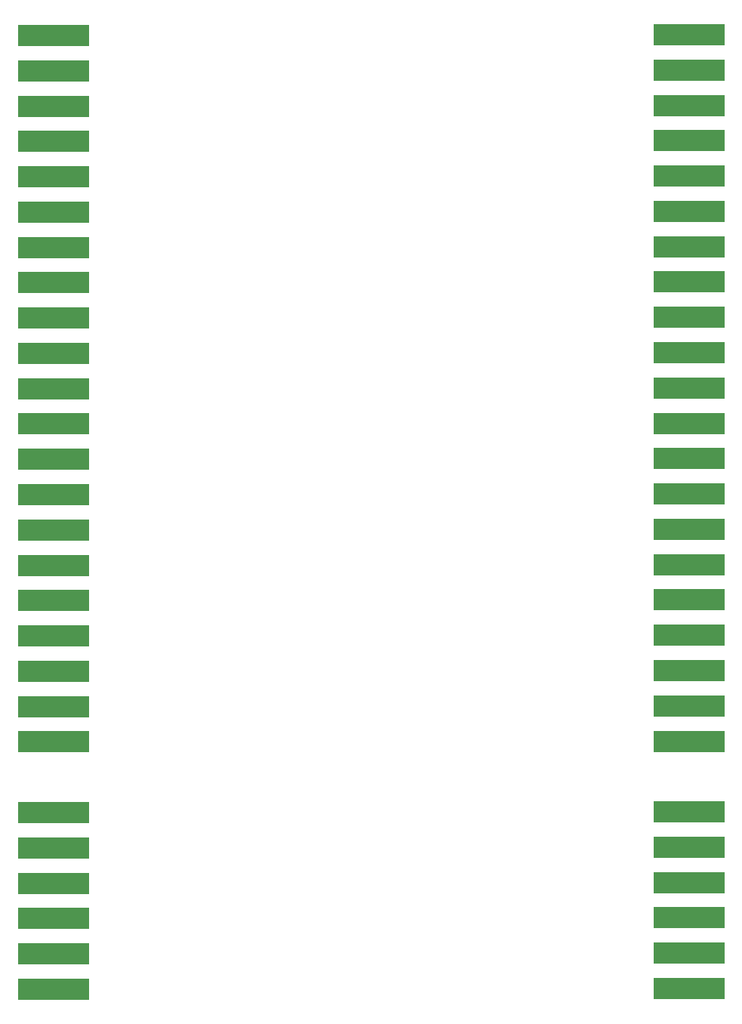
<source format=gbr>
%TF.GenerationSoftware,KiCad,Pcbnew,9.0.2*%
%TF.CreationDate,2025-07-09T23:55:51-04:00*%
%TF.ProjectId,jammaSFTM-CPS,6a616d6d-6153-4465-944d-2d4350532e6b,rev?*%
%TF.SameCoordinates,Original*%
%TF.FileFunction,Paste,Top*%
%TF.FilePolarity,Positive*%
%FSLAX46Y46*%
G04 Gerber Fmt 4.6, Leading zero omitted, Abs format (unit mm)*
G04 Created by KiCad (PCBNEW 9.0.2) date 2025-07-09 23:55:51*
%MOMM*%
%LPD*%
G01*
G04 APERTURE LIST*
%ADD10R,8.000000X2.350000*%
G04 APERTURE END LIST*
D10*
%TO.C,J1*%
X64544500Y-156228400D03*
X64544500Y-152268400D03*
X64544500Y-148308400D03*
X64544500Y-144348400D03*
X64544500Y-140388400D03*
X64544500Y-136428400D03*
X64544500Y-128508400D03*
X64544500Y-124548400D03*
X64544500Y-120588400D03*
X64544500Y-116628400D03*
X64544500Y-112668400D03*
X64544500Y-108708400D03*
X64544500Y-104748400D03*
X64544500Y-100788400D03*
X64544500Y-96828400D03*
X64544500Y-92868400D03*
X64544500Y-88908400D03*
X64544500Y-84948400D03*
X64544500Y-80988400D03*
X64544500Y-77028400D03*
X64544500Y-73068400D03*
X64544500Y-69108400D03*
X64544500Y-65148400D03*
X64544500Y-61188400D03*
X64544500Y-57228400D03*
X64544500Y-53268400D03*
X64544500Y-49308400D03*
%TD*%
%TO.C,J2*%
X135836100Y-156152200D03*
X135836100Y-152192200D03*
X135836100Y-148232200D03*
X135836100Y-144272200D03*
X135836100Y-140312200D03*
X135836100Y-136352200D03*
X135836100Y-128432200D03*
X135836100Y-124472200D03*
X135836100Y-120512200D03*
X135836100Y-116552200D03*
X135836100Y-112592200D03*
X135836100Y-108632200D03*
X135836100Y-104672200D03*
X135836100Y-100712200D03*
X135836100Y-96752200D03*
X135836100Y-92792200D03*
X135836100Y-88832200D03*
X135836100Y-84872200D03*
X135836100Y-80912200D03*
X135836100Y-76952200D03*
X135836100Y-72992200D03*
X135836100Y-69032200D03*
X135836100Y-65072200D03*
X135836100Y-61112200D03*
X135836100Y-57152200D03*
X135836100Y-53192200D03*
X135836100Y-49232200D03*
%TD*%
M02*

</source>
